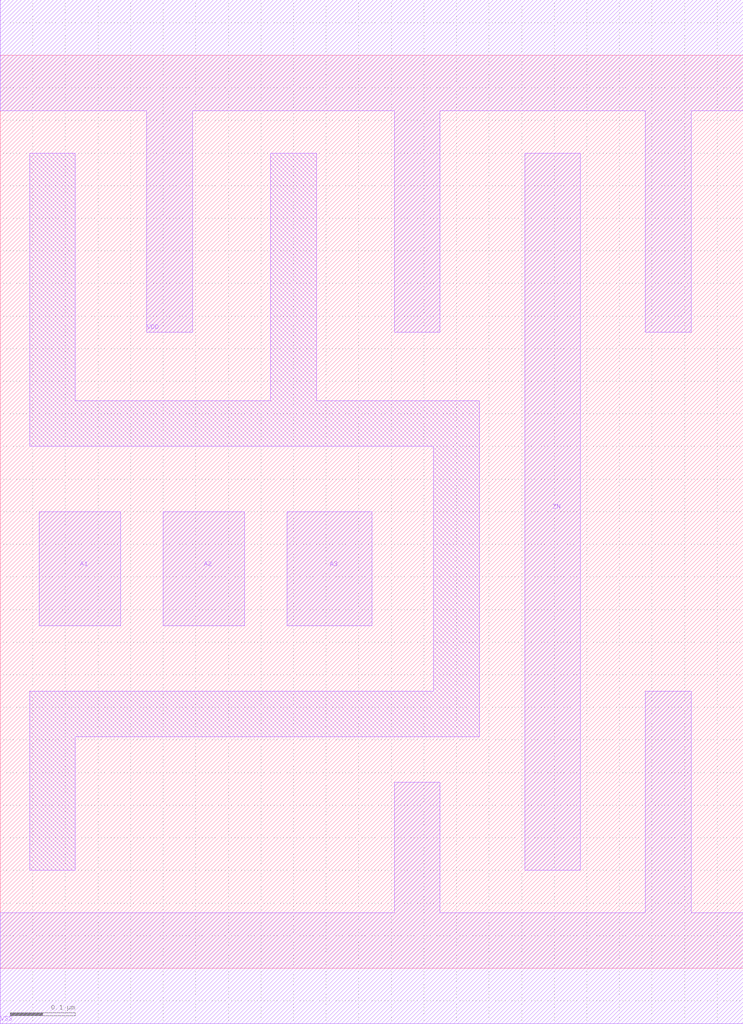
<source format=lef>
# 
# ******************************************************************************
# *                                                                            *
# *                   Copyright (C) 2004-2010, Nangate Inc.                    *
# *                           All rights reserved.                             *
# *                                                                            *
# * Nangate and the Nangate logo are trademarks of Nangate Inc.                *
# *                                                                            *
# * All trademarks, logos, software marks, and trade names (collectively the   *
# * "Marks") in this program are proprietary to Nangate or other respective    *
# * owners that have granted Nangate the right and license to use such Marks.  *
# * You are not permitted to use the Marks without the prior written consent   *
# * of Nangate or such third party that may own the Marks.                     *
# *                                                                            *
# * This file has been provided pursuant to a License Agreement containing     *
# * restrictions on its use. This file contains valuable trade secrets and     *
# * proprietary information of Nangate Inc., and is protected by U.S. and      *
# * international laws and/or treaties.                                        *
# *                                                                            *
# * The copyright notice(s) in this file does not indicate actual or intended  *
# * publication of this file.                                                  *
# *                                                                            *
# *     NGLibraryCreator, v2010.08-HR32-SP3-2010-08-05 - build 1009061800      *
# *                                                                            *
# ******************************************************************************
# 
# 
# Running on brazil06.nangate.com.br for user Giancarlo Franciscatto (gfr).
# Local time is now Fri, 3 Dec 2010, 19:32:18.
# Main process id is 27821.

VERSION 5.6 ;
BUSBITCHARS "[]" ;
DIVIDERCHAR "/" ;

MACRO AND3_X2
  CLASS core ;
  FOREIGN AND3_X2 0.0 0.0 ;
  ORIGIN 0 0 ;
  SYMMETRY X Y ;
  SITE FreePDK45_38x28_10R_NP_162NW_34O ;
  SIZE 1.14 BY 1.4 ;
  PIN A1
    DIRECTION INPUT ;
    ANTENNAPARTIALMETALAREA 0.021875 LAYER metal1 ;
    ANTENNAPARTIALMETALSIDEAREA 0.078 LAYER metal1 ;
    ANTENNAGATEAREA 0.05225 ;
    PORT
      LAYER metal1 ;
        POLYGON 0.06 0.525 0.185 0.525 0.185 0.7 0.06 0.7  ;
    END
  END A1
  PIN A2
    DIRECTION INPUT ;
    ANTENNAPARTIALMETALAREA 0.021875 LAYER metal1 ;
    ANTENNAPARTIALMETALSIDEAREA 0.078 LAYER metal1 ;
    ANTENNAGATEAREA 0.05225 ;
    PORT
      LAYER metal1 ;
        POLYGON 0.25 0.525 0.375 0.525 0.375 0.7 0.25 0.7  ;
    END
  END A2
  PIN A3
    DIRECTION INPUT ;
    ANTENNAPARTIALMETALAREA 0.02275 LAYER metal1 ;
    ANTENNAPARTIALMETALSIDEAREA 0.0793 LAYER metal1 ;
    ANTENNAGATEAREA 0.05225 ;
    PORT
      LAYER metal1 ;
        POLYGON 0.44 0.525 0.57 0.525 0.57 0.7 0.44 0.7  ;
    END
  END A3
  PIN ZN
    DIRECTION OUTPUT ;
    ANTENNAPARTIALMETALAREA 0.0935 LAYER metal1 ;
    ANTENNAPARTIALMETALSIDEAREA 0.3081 LAYER metal1 ;
    ANTENNADIFFAREA 0.1463 ;
    PORT
      LAYER metal1 ;
        POLYGON 0.805 0.15 0.89 0.15 0.89 1.25 0.805 1.25  ;
    END
  END ZN
  PIN VDD
    DIRECTION INOUT ;
    USE power ;
    SHAPE ABUTMENT ;
    PORT
      LAYER metal1 ;
        POLYGON 0 1.315 0.225 1.315 0.225 0.975 0.295 0.975 0.295 1.315 0.605 1.315 0.605 0.975 0.675 0.975 0.675 1.315 0.735 1.315 0.99 1.315 0.99 0.975 1.06 0.975 1.06 1.315 1.14 1.315 1.14 1.485 0.735 1.485 0 1.485  ;
    END
  END VDD
  PIN VSS
    DIRECTION INOUT ;
    USE ground ;
    SHAPE ABUTMENT ;
    PORT
      LAYER metal1 ;
        POLYGON 0 -0.085 1.14 -0.085 1.14 0.085 1.06 0.085 1.06 0.425 0.99 0.425 0.99 0.085 0.675 0.085 0.675 0.285 0.605 0.285 0.605 0.085 0 0.085  ;
    END
  END VSS
  OBS
      LAYER metal1 ;
        POLYGON 0.045 0.8 0.665 0.8 0.665 0.425 0.045 0.425 0.045 0.15 0.115 0.15 0.115 0.355 0.735 0.355 0.735 0.87 0.485 0.87 0.485 1.25 0.415 1.25 0.415 0.87 0.115 0.87 0.115 1.25 0.045 1.25  ;
  END
END AND3_X2

END LIBRARY
#
# End of file
#

</source>
